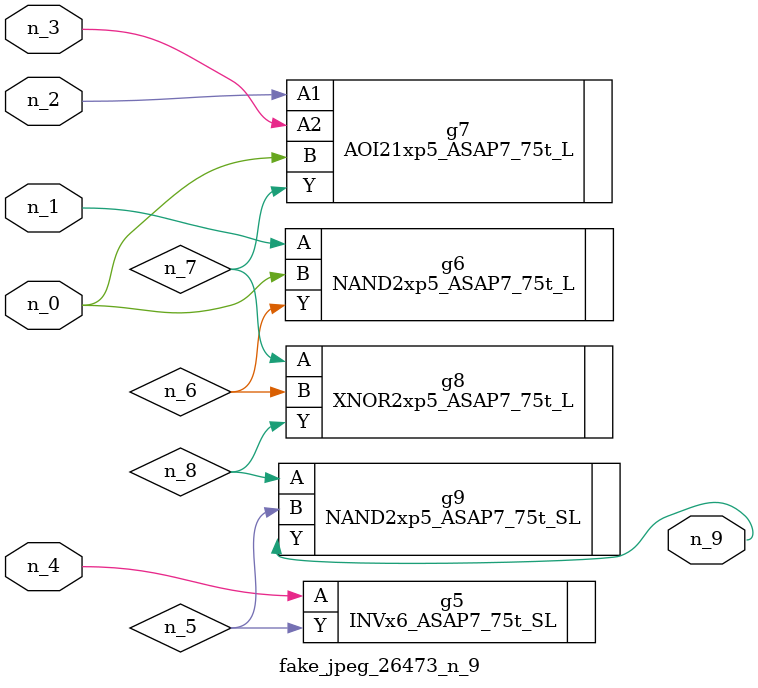
<source format=v>
module fake_jpeg_26473_n_9 (n_3, n_2, n_1, n_0, n_4, n_9);

input n_3;
input n_2;
input n_1;
input n_0;
input n_4;

output n_9;

wire n_8;
wire n_6;
wire n_5;
wire n_7;

INVx6_ASAP7_75t_SL g5 ( 
.A(n_4),
.Y(n_5)
);

NAND2xp5_ASAP7_75t_L g6 ( 
.A(n_1),
.B(n_0),
.Y(n_6)
);

AOI21xp5_ASAP7_75t_L g7 ( 
.A1(n_2),
.A2(n_3),
.B(n_0),
.Y(n_7)
);

XNOR2xp5_ASAP7_75t_L g8 ( 
.A(n_7),
.B(n_6),
.Y(n_8)
);

NAND2xp5_ASAP7_75t_SL g9 ( 
.A(n_8),
.B(n_5),
.Y(n_9)
);


endmodule
</source>
